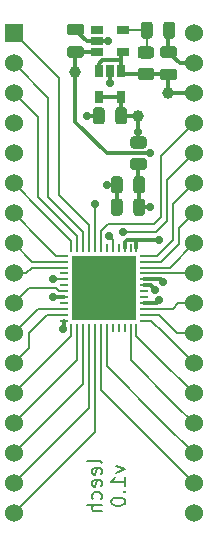
<source format=gbl>
%TF.GenerationSoftware,KiCad,Pcbnew,5.1.8*%
%TF.CreationDate,2020-11-13T00:47:03+03:00*%
%TF.ProjectId,leech,6c656563-682e-46b6-9963-61645f706362,rev?*%
%TF.SameCoordinates,Original*%
%TF.FileFunction,Copper,L2,Bot*%
%TF.FilePolarity,Positive*%
%FSLAX46Y46*%
G04 Gerber Fmt 4.6, Leading zero omitted, Abs format (unit mm)*
G04 Created by KiCad (PCBNEW 5.1.8) date 2020-11-13 00:47:03*
%MOMM*%
%LPD*%
G01*
G04 APERTURE LIST*
%TA.AperFunction,NonConductor*%
%ADD10C,0.200000*%
%TD*%
%TA.AperFunction,ComponentPad*%
%ADD11C,1.524000*%
%TD*%
%TA.AperFunction,ComponentPad*%
%ADD12R,1.524000X1.524000*%
%TD*%
%TA.AperFunction,SMDPad,CuDef*%
%ADD13R,5.400000X5.400000*%
%TD*%
%TA.AperFunction,ComponentPad*%
%ADD14C,0.800000*%
%TD*%
%TA.AperFunction,SMDPad,CuDef*%
%ADD15R,0.250000X0.700000*%
%TD*%
%TA.AperFunction,SMDPad,CuDef*%
%ADD16R,0.700000X0.250000*%
%TD*%
%TA.AperFunction,SMDPad,CuDef*%
%ADD17R,0.650000X1.060000*%
%TD*%
%TA.AperFunction,SMDPad,CuDef*%
%ADD18R,1.060000X0.650000*%
%TD*%
%TA.AperFunction,SMDPad,CuDef*%
%ADD19C,1.000000*%
%TD*%
%TA.AperFunction,ViaPad*%
%ADD20C,0.700000*%
%TD*%
%TA.AperFunction,Conductor*%
%ADD21C,0.300000*%
%TD*%
%TA.AperFunction,Conductor*%
%ADD22C,0.200000*%
%TD*%
G04 APERTURE END LIST*
D10*
X32816857Y-61811142D02*
X32759714Y-61696857D01*
X32645428Y-61639714D01*
X31616857Y-61639714D01*
X32759714Y-62725428D02*
X32816857Y-62611142D01*
X32816857Y-62382571D01*
X32759714Y-62268285D01*
X32645428Y-62211142D01*
X32188285Y-62211142D01*
X32074000Y-62268285D01*
X32016857Y-62382571D01*
X32016857Y-62611142D01*
X32074000Y-62725428D01*
X32188285Y-62782571D01*
X32302571Y-62782571D01*
X32416857Y-62211142D01*
X32759714Y-63754000D02*
X32816857Y-63639714D01*
X32816857Y-63411142D01*
X32759714Y-63296857D01*
X32645428Y-63239714D01*
X32188285Y-63239714D01*
X32074000Y-63296857D01*
X32016857Y-63411142D01*
X32016857Y-63639714D01*
X32074000Y-63754000D01*
X32188285Y-63811142D01*
X32302571Y-63811142D01*
X32416857Y-63239714D01*
X32759714Y-64839714D02*
X32816857Y-64725428D01*
X32816857Y-64496857D01*
X32759714Y-64382571D01*
X32702571Y-64325428D01*
X32588285Y-64268285D01*
X32245428Y-64268285D01*
X32131142Y-64325428D01*
X32074000Y-64382571D01*
X32016857Y-64496857D01*
X32016857Y-64725428D01*
X32074000Y-64839714D01*
X32816857Y-65354000D02*
X31616857Y-65354000D01*
X32816857Y-65868285D02*
X32188285Y-65868285D01*
X32074000Y-65811142D01*
X32016857Y-65696857D01*
X32016857Y-65525428D01*
X32074000Y-65411142D01*
X32131142Y-65354000D01*
X34016857Y-62039714D02*
X34816857Y-62325428D01*
X34016857Y-62611142D01*
X34816857Y-63696857D02*
X34816857Y-63011142D01*
X34816857Y-63354000D02*
X33616857Y-63354000D01*
X33788285Y-63239714D01*
X33902571Y-63125428D01*
X33959714Y-63011142D01*
X34702571Y-64211142D02*
X34759714Y-64268285D01*
X34816857Y-64211142D01*
X34759714Y-64154000D01*
X34702571Y-64211142D01*
X34816857Y-64211142D01*
X33616857Y-65011142D02*
X33616857Y-65125428D01*
X33674000Y-65239714D01*
X33731142Y-65296857D01*
X33845428Y-65354000D01*
X34074000Y-65411142D01*
X34359714Y-65411142D01*
X34588285Y-65354000D01*
X34702571Y-65296857D01*
X34759714Y-65239714D01*
X34816857Y-65125428D01*
X34816857Y-65011142D01*
X34759714Y-64896857D01*
X34702571Y-64839714D01*
X34588285Y-64782571D01*
X34359714Y-64725428D01*
X34074000Y-64725428D01*
X33845428Y-64782571D01*
X33731142Y-64839714D01*
X33674000Y-64896857D01*
X33616857Y-65011142D01*
D11*
%TO.P,CN1,40*%
%TO.N,Net-(CN1-Pad40)*%
X40640000Y-25400000D03*
%TO.P,CN1,39*%
%TO.N,GND*%
X40640000Y-27940000D03*
%TO.P,CN1,38*%
%TO.N,/PILL_3V3*%
X40640000Y-30480000D03*
%TO.P,CN1,37*%
%TO.N,/IO18*%
X40640000Y-33020000D03*
%TO.P,CN1,36*%
%TO.N,/CRESET*%
X40640000Y-35560000D03*
%TO.P,CN1,35*%
%TO.N,/IO25*%
X40640000Y-38100000D03*
%TO.P,CN1,34*%
%TO.N,/IO26*%
X40640000Y-40640000D03*
%TO.P,CN1,33*%
%TO.N,/IO27*%
X40640000Y-43180000D03*
%TO.P,CN1,32*%
%TO.N,/IO28*%
X40640000Y-45720000D03*
%TO.P,CN1,31*%
%TO.N,/IO34*%
X40640000Y-48260000D03*
%TO.P,CN1,30*%
%TO.N,/IO35*%
X40640000Y-50800000D03*
%TO.P,CN1,29*%
%TO.N,/IO36*%
X40640000Y-53340000D03*
%TO.P,CN1,28*%
%TO.N,/IO37*%
X40640000Y-55880000D03*
%TO.P,CN1,27*%
%TO.N,/IO38*%
X40640000Y-58420000D03*
%TO.P,CN1,26*%
%TO.N,/IO42*%
X40640000Y-60960000D03*
%TO.P,CN1,25*%
%TO.N,/IO43*%
X40640000Y-63500000D03*
%TO.P,CN1,24*%
%TO.N,Net-(CN1-Pad24)*%
X40640000Y-66040000D03*
%TO.P,CN1,17*%
%TO.N,/IO44*%
X25400000Y-66040000D03*
%TO.P,CN1,16*%
%TO.N,/IO45*%
X25400000Y-63500000D03*
%TO.P,CN1,15*%
%TO.N,/IO46*%
X25400000Y-60960000D03*
%TO.P,CN1,14*%
%TO.N,/IO47*%
X25400000Y-58420000D03*
%TO.P,CN1,13*%
%TO.N,/IO48*%
X25400000Y-55880000D03*
%TO.P,CN1,12*%
%TO.N,/IO2*%
X25400000Y-53340000D03*
%TO.P,CN1,11*%
%TO.N,/IO3*%
X25400000Y-50800000D03*
%TO.P,CN1,10*%
%TO.N,/IO6*%
X25400000Y-48260000D03*
%TO.P,CN1,9*%
%TO.N,/IO10*%
X25400000Y-45720000D03*
%TO.P,CN1,8*%
%TO.N,/IO11*%
X25400000Y-43180000D03*
%TO.P,CN1,7*%
%TO.N,/IO12*%
X25400000Y-40640000D03*
%TO.P,CN1,6*%
%TO.N,/IO13*%
X25400000Y-38100000D03*
%TO.P,CN1,5*%
%TO.N,/CLK*%
X25400000Y-35560000D03*
%TO.P,CN1,4*%
%TO.N,/ICE_SI*%
X25400000Y-33020000D03*
%TO.P,CN1,3*%
%TO.N,/ICE_SO*%
X25400000Y-30480000D03*
%TO.P,CN1,2*%
%TO.N,/ICE_SCK*%
X25400000Y-27940000D03*
D12*
%TO.P,CN1,1*%
%TO.N,/ICE_SS*%
X25400000Y-25400000D03*
%TD*%
%TO.P,R2,2*%
%TO.N,/ICE_1V2*%
%TA.AperFunction,SMDPad,CuDef*%
G36*
G01*
X36391002Y-35160000D02*
X35490998Y-35160000D01*
G75*
G02*
X35241000Y-34910002I0J249998D01*
G01*
X35241000Y-34384998D01*
G75*
G02*
X35490998Y-34135000I249998J0D01*
G01*
X36391002Y-34135000D01*
G75*
G02*
X36641000Y-34384998I0J-249998D01*
G01*
X36641000Y-34910002D01*
G75*
G02*
X36391002Y-35160000I-249998J0D01*
G01*
G37*
%TD.AperFunction*%
%TO.P,R2,1*%
%TO.N,/ICE_VCCPLL*%
%TA.AperFunction,SMDPad,CuDef*%
G36*
G01*
X36391002Y-36985000D02*
X35490998Y-36985000D01*
G75*
G02*
X35241000Y-36735002I0J249998D01*
G01*
X35241000Y-36209998D01*
G75*
G02*
X35490998Y-35960000I249998J0D01*
G01*
X36391002Y-35960000D01*
G75*
G02*
X36641000Y-36209998I0J-249998D01*
G01*
X36641000Y-36735002D01*
G75*
G02*
X36391002Y-36985000I-249998J0D01*
G01*
G37*
%TD.AperFunction*%
%TD*%
%TO.P,R1,2*%
%TO.N,Net-(C1-Pad2)*%
%TA.AperFunction,SMDPad,CuDef*%
G36*
G01*
X37026002Y-27540000D02*
X36125998Y-27540000D01*
G75*
G02*
X35876000Y-27290002I0J249998D01*
G01*
X35876000Y-26764998D01*
G75*
G02*
X36125998Y-26515000I249998J0D01*
G01*
X37026002Y-26515000D01*
G75*
G02*
X37276000Y-26764998I0J-249998D01*
G01*
X37276000Y-27290002D01*
G75*
G02*
X37026002Y-27540000I-249998J0D01*
G01*
G37*
%TD.AperFunction*%
%TO.P,R1,1*%
%TO.N,/PILL_3V3*%
%TA.AperFunction,SMDPad,CuDef*%
G36*
G01*
X37026002Y-29365000D02*
X36125998Y-29365000D01*
G75*
G02*
X35876000Y-29115002I0J249998D01*
G01*
X35876000Y-28589998D01*
G75*
G02*
X36125998Y-28340000I249998J0D01*
G01*
X37026002Y-28340000D01*
G75*
G02*
X37276000Y-28589998I0J-249998D01*
G01*
X37276000Y-29115002D01*
G75*
G02*
X37026002Y-29365000I-249998J0D01*
G01*
G37*
%TD.AperFunction*%
%TD*%
%TO.P,C6,2*%
%TO.N,GND*%
%TA.AperFunction,SMDPad,CuDef*%
G36*
G01*
X34602000Y-39657000D02*
X34602000Y-40607000D01*
G75*
G02*
X34352000Y-40857000I-250000J0D01*
G01*
X33852000Y-40857000D01*
G75*
G02*
X33602000Y-40607000I0J250000D01*
G01*
X33602000Y-39657000D01*
G75*
G02*
X33852000Y-39407000I250000J0D01*
G01*
X34352000Y-39407000D01*
G75*
G02*
X34602000Y-39657000I0J-250000D01*
G01*
G37*
%TD.AperFunction*%
%TO.P,C6,1*%
%TO.N,/ICE_VCCPLL*%
%TA.AperFunction,SMDPad,CuDef*%
G36*
G01*
X36502000Y-39657000D02*
X36502000Y-40607000D01*
G75*
G02*
X36252000Y-40857000I-250000J0D01*
G01*
X35752000Y-40857000D01*
G75*
G02*
X35502000Y-40607000I0J250000D01*
G01*
X35502000Y-39657000D01*
G75*
G02*
X35752000Y-39407000I250000J0D01*
G01*
X36252000Y-39407000D01*
G75*
G02*
X36502000Y-39657000I0J-250000D01*
G01*
G37*
%TD.AperFunction*%
%TD*%
%TO.P,C5,2*%
%TO.N,GND*%
%TA.AperFunction,SMDPad,CuDef*%
G36*
G01*
X34602000Y-37752000D02*
X34602000Y-38702000D01*
G75*
G02*
X34352000Y-38952000I-250000J0D01*
G01*
X33852000Y-38952000D01*
G75*
G02*
X33602000Y-38702000I0J250000D01*
G01*
X33602000Y-37752000D01*
G75*
G02*
X33852000Y-37502000I250000J0D01*
G01*
X34352000Y-37502000D01*
G75*
G02*
X34602000Y-37752000I0J-250000D01*
G01*
G37*
%TD.AperFunction*%
%TO.P,C5,1*%
%TO.N,/ICE_VCCPLL*%
%TA.AperFunction,SMDPad,CuDef*%
G36*
G01*
X36502000Y-37752000D02*
X36502000Y-38702000D01*
G75*
G02*
X36252000Y-38952000I-250000J0D01*
G01*
X35752000Y-38952000D01*
G75*
G02*
X35502000Y-38702000I0J250000D01*
G01*
X35502000Y-37752000D01*
G75*
G02*
X35752000Y-37502000I250000J0D01*
G01*
X36252000Y-37502000D01*
G75*
G02*
X36502000Y-37752000I0J-250000D01*
G01*
G37*
%TD.AperFunction*%
%TD*%
%TO.P,C4,2*%
%TO.N,GND*%
%TA.AperFunction,SMDPad,CuDef*%
G36*
G01*
X31082000Y-25585000D02*
X30132000Y-25585000D01*
G75*
G02*
X29882000Y-25335000I0J250000D01*
G01*
X29882000Y-24835000D01*
G75*
G02*
X30132000Y-24585000I250000J0D01*
G01*
X31082000Y-24585000D01*
G75*
G02*
X31332000Y-24835000I0J-250000D01*
G01*
X31332000Y-25335000D01*
G75*
G02*
X31082000Y-25585000I-250000J0D01*
G01*
G37*
%TD.AperFunction*%
%TO.P,C4,1*%
%TO.N,/ICE_3V3*%
%TA.AperFunction,SMDPad,CuDef*%
G36*
G01*
X31082000Y-27485000D02*
X30132000Y-27485000D01*
G75*
G02*
X29882000Y-27235000I0J250000D01*
G01*
X29882000Y-26735000D01*
G75*
G02*
X30132000Y-26485000I250000J0D01*
G01*
X31082000Y-26485000D01*
G75*
G02*
X31332000Y-26735000I0J-250000D01*
G01*
X31332000Y-27235000D01*
G75*
G02*
X31082000Y-27485000I-250000J0D01*
G01*
G37*
%TD.AperFunction*%
%TD*%
%TO.P,C3,2*%
%TO.N,GND*%
%TA.AperFunction,SMDPad,CuDef*%
G36*
G01*
X33078000Y-31910000D02*
X33078000Y-32860000D01*
G75*
G02*
X32828000Y-33110000I-250000J0D01*
G01*
X32328000Y-33110000D01*
G75*
G02*
X32078000Y-32860000I0J250000D01*
G01*
X32078000Y-31910000D01*
G75*
G02*
X32328000Y-31660000I250000J0D01*
G01*
X32828000Y-31660000D01*
G75*
G02*
X33078000Y-31910000I0J-250000D01*
G01*
G37*
%TD.AperFunction*%
%TO.P,C3,1*%
%TO.N,/ICE_1V2*%
%TA.AperFunction,SMDPad,CuDef*%
G36*
G01*
X34978000Y-31910000D02*
X34978000Y-32860000D01*
G75*
G02*
X34728000Y-33110000I-250000J0D01*
G01*
X34228000Y-33110000D01*
G75*
G02*
X33978000Y-32860000I0J250000D01*
G01*
X33978000Y-31910000D01*
G75*
G02*
X34228000Y-31660000I250000J0D01*
G01*
X34728000Y-31660000D01*
G75*
G02*
X34978000Y-31910000I0J-250000D01*
G01*
G37*
%TD.AperFunction*%
%TD*%
%TO.P,C2,2*%
%TO.N,GND*%
%TA.AperFunction,SMDPad,CuDef*%
G36*
G01*
X38956000Y-27490000D02*
X38006000Y-27490000D01*
G75*
G02*
X37756000Y-27240000I0J250000D01*
G01*
X37756000Y-26740000D01*
G75*
G02*
X38006000Y-26490000I250000J0D01*
G01*
X38956000Y-26490000D01*
G75*
G02*
X39206000Y-26740000I0J-250000D01*
G01*
X39206000Y-27240000D01*
G75*
G02*
X38956000Y-27490000I-250000J0D01*
G01*
G37*
%TD.AperFunction*%
%TO.P,C2,1*%
%TO.N,/PILL_3V3*%
%TA.AperFunction,SMDPad,CuDef*%
G36*
G01*
X38956000Y-29390000D02*
X38006000Y-29390000D01*
G75*
G02*
X37756000Y-29140000I0J250000D01*
G01*
X37756000Y-28640000D01*
G75*
G02*
X38006000Y-28390000I250000J0D01*
G01*
X38956000Y-28390000D01*
G75*
G02*
X39206000Y-28640000I0J-250000D01*
G01*
X39206000Y-29140000D01*
G75*
G02*
X38956000Y-29390000I-250000J0D01*
G01*
G37*
%TD.AperFunction*%
%TD*%
%TO.P,C1,2*%
%TO.N,Net-(C1-Pad2)*%
%TA.AperFunction,SMDPad,CuDef*%
G36*
G01*
X37142000Y-24671000D02*
X37142000Y-25621000D01*
G75*
G02*
X36892000Y-25871000I-250000J0D01*
G01*
X36392000Y-25871000D01*
G75*
G02*
X36142000Y-25621000I0J250000D01*
G01*
X36142000Y-24671000D01*
G75*
G02*
X36392000Y-24421000I250000J0D01*
G01*
X36892000Y-24421000D01*
G75*
G02*
X37142000Y-24671000I0J-250000D01*
G01*
G37*
%TD.AperFunction*%
%TO.P,C1,1*%
%TO.N,GND*%
%TA.AperFunction,SMDPad,CuDef*%
G36*
G01*
X39042000Y-24671000D02*
X39042000Y-25621000D01*
G75*
G02*
X38792000Y-25871000I-250000J0D01*
G01*
X38292000Y-25871000D01*
G75*
G02*
X38042000Y-25621000I0J250000D01*
G01*
X38042000Y-24671000D01*
G75*
G02*
X38292000Y-24421000I250000J0D01*
G01*
X38792000Y-24421000D01*
G75*
G02*
X39042000Y-24671000I0J-250000D01*
G01*
G37*
%TD.AperFunction*%
%TD*%
D13*
%TO.P,U1,EP*%
%TO.N,GND*%
X33020000Y-46990000D03*
D14*
X34620000Y-45390000D03*
X34620000Y-46990000D03*
X34620000Y-48590000D03*
X33020000Y-45390000D03*
X33020000Y-46990000D03*
X33020000Y-48590000D03*
X31420000Y-45390000D03*
X31420000Y-46990000D03*
X31420000Y-48590000D03*
D15*
%TO.P,U1,48*%
%TO.N,/IO48*%
X30270000Y-50390000D03*
%TO.P,U1,47*%
%TO.N,/IO47*%
X30770000Y-50390000D03*
%TO.P,U1,46*%
%TO.N,/IO46*%
X31270000Y-50390000D03*
%TO.P,U1,45*%
%TO.N,/IO45*%
X31770000Y-50390000D03*
%TO.P,U1,44*%
%TO.N,/IO44*%
X32270000Y-50390000D03*
%TO.P,U1,43*%
%TO.N,/IO43*%
X32770000Y-50390000D03*
%TO.P,U1,42*%
%TO.N,/IO42*%
X33270000Y-50390000D03*
%TO.P,U1,41*%
%TO.N,Net-(U1-Pad41)*%
X33770000Y-50390000D03*
%TO.P,U1,40*%
%TO.N,Net-(U1-Pad40)*%
X34270000Y-50390000D03*
%TO.P,U1,39*%
%TO.N,Net-(U1-Pad39)*%
X34770000Y-50390000D03*
%TO.P,U1,38*%
%TO.N,/IO38*%
X35270000Y-50390000D03*
%TO.P,U1,37*%
%TO.N,/IO37*%
X35770000Y-50390000D03*
D16*
%TO.P,U1,36*%
%TO.N,/IO36*%
X36420000Y-49740000D03*
%TO.P,U1,35*%
%TO.N,/IO35*%
X36420000Y-49240000D03*
%TO.P,U1,34*%
%TO.N,/IO34*%
X36420000Y-48740000D03*
%TO.P,U1,33*%
%TO.N,/ICE_3V3*%
X36420000Y-48240000D03*
%TO.P,U1,32*%
%TO.N,Net-(U1-Pad32)*%
X36420000Y-47740000D03*
%TO.P,U1,31*%
%TO.N,Net-(U1-Pad31)*%
X36420000Y-47240000D03*
%TO.P,U1,30*%
%TO.N,/ICE_1V2*%
X36420000Y-46740000D03*
%TO.P,U1,29*%
%TO.N,/ICE_VCCPLL*%
X36420000Y-46240000D03*
%TO.P,U1,28*%
%TO.N,/IO28*%
X36420000Y-45740000D03*
%TO.P,U1,27*%
%TO.N,/IO27*%
X36420000Y-45240000D03*
%TO.P,U1,26*%
%TO.N,/IO26*%
X36420000Y-44740000D03*
%TO.P,U1,25*%
%TO.N,/IO25*%
X36420000Y-44240000D03*
D15*
%TO.P,U1,24*%
%TO.N,/ICE_3V3*%
X35770000Y-43590000D03*
%TO.P,U1,23*%
%TO.N,Net-(U1-Pad23)*%
X35270000Y-43590000D03*
%TO.P,U1,22*%
%TO.N,/ICE_3V3*%
X34770000Y-43590000D03*
%TO.P,U1,21*%
%TO.N,Net-(U1-Pad21)*%
X34270000Y-43590000D03*
%TO.P,U1,20*%
%TO.N,/CLK*%
X33770000Y-43590000D03*
%TO.P,U1,19*%
%TO.N,Net-(U1-Pad19)*%
X33270000Y-43590000D03*
%TO.P,U1,18*%
%TO.N,/IO18*%
X32770000Y-43590000D03*
%TO.P,U1,17*%
%TO.N,/ICE_SI*%
X32270000Y-43590000D03*
%TO.P,U1,16*%
%TO.N,/ICE_SS*%
X31770000Y-43590000D03*
%TO.P,U1,15*%
%TO.N,/ICE_SCK*%
X31270000Y-43590000D03*
%TO.P,U1,14*%
%TO.N,/ICE_SO*%
X30770000Y-43590000D03*
%TO.P,U1,13*%
%TO.N,/IO13*%
X30270000Y-43590000D03*
D16*
%TO.P,U1,12*%
%TO.N,/IO12*%
X29620000Y-44240000D03*
%TO.P,U1,11*%
%TO.N,/IO11*%
X29620000Y-44740000D03*
%TO.P,U1,10*%
%TO.N,/IO10*%
X29620000Y-45240000D03*
%TO.P,U1,9*%
%TO.N,Net-(U1-Pad9)*%
X29620000Y-45740000D03*
%TO.P,U1,8*%
%TO.N,/CRESET*%
X29620000Y-46240000D03*
%TO.P,U1,7*%
%TO.N,Net-(U1-Pad7)*%
X29620000Y-46740000D03*
%TO.P,U1,6*%
%TO.N,/IO6*%
X29620000Y-47240000D03*
%TO.P,U1,5*%
%TO.N,/ICE_1V2*%
X29620000Y-47740000D03*
%TO.P,U1,4*%
%TO.N,Net-(U1-Pad4)*%
X29620000Y-48240000D03*
%TO.P,U1,3*%
%TO.N,/IO3*%
X29620000Y-48740000D03*
%TO.P,U1,2*%
%TO.N,/IO2*%
X29620000Y-49240000D03*
%TO.P,U1,1*%
%TO.N,/ICE_3V3*%
X29620000Y-49740000D03*
%TD*%
D17*
%TO.P,U3,5*%
%TO.N,/ICE_1V2*%
X32578000Y-30818000D03*
%TO.P,U3,4*%
X34478000Y-30818000D03*
%TO.P,U3,3*%
%TO.N,/PILL_3V3*%
X34478000Y-28618000D03*
%TO.P,U3,2*%
%TO.N,GND*%
X33528000Y-28618000D03*
%TO.P,U3,1*%
%TO.N,/PILL_3V3*%
X32578000Y-28618000D03*
%TD*%
D18*
%TO.P,U2,5*%
%TO.N,/PILL_3V3*%
X34628000Y-26985000D03*
%TO.P,U2,4*%
%TO.N,Net-(C1-Pad2)*%
X34628000Y-25085000D03*
%TO.P,U2,3*%
%TO.N,Net-(U2-Pad3)*%
X32428000Y-25085000D03*
%TO.P,U2,2*%
%TO.N,GND*%
X32428000Y-26035000D03*
%TO.P,U2,1*%
%TO.N,/ICE_3V3*%
X32428000Y-26985000D03*
%TD*%
D19*
%TO.P,TP3,1*%
%TO.N,/ICE_1V2*%
X35941000Y-32385000D03*
%TD*%
%TO.P,TP2,1*%
%TO.N,/ICE_3V3*%
X30607000Y-28702000D03*
%TD*%
%TO.P,TP1,1*%
%TO.N,/PILL_3V3*%
X38481000Y-30480000D03*
%TD*%
D20*
%TO.N,GND*%
X31623000Y-32385000D03*
X33274000Y-38227000D03*
X33528000Y-29591000D03*
X33401000Y-26035000D03*
%TO.N,/ICE_1V2*%
X37338000Y-47117000D03*
X35941000Y-33782000D03*
X28702000Y-47752000D03*
%TO.N,/ICE_VCCPLL*%
X36957000Y-40132000D03*
X38036500Y-46418500D03*
%TO.N,/ICE_3V3*%
X29591000Y-50419000D03*
X37719000Y-48006000D03*
X37719000Y-42926000D03*
X36957000Y-35560000D03*
%TO.N,/CRESET*%
X34671000Y-42240200D03*
X28702000Y-46228000D03*
%TO.N,/CLK*%
X33426400Y-42545000D03*
%TO.N,/ICE_SI*%
X32258000Y-39878000D03*
%TD*%
D21*
%TO.N,GND*%
X39431000Y-27940000D02*
X38481000Y-26990000D01*
X40640000Y-27940000D02*
X39431000Y-27940000D01*
X38481000Y-25207000D02*
X38542000Y-25146000D01*
X38481000Y-26990000D02*
X38481000Y-25207000D01*
X31557000Y-26035000D02*
X30607000Y-25085000D01*
X32428000Y-26035000D02*
X31557000Y-26035000D01*
X32578000Y-32385000D02*
X31623000Y-32385000D01*
X34102000Y-40132000D02*
X34102000Y-38227000D01*
X34102000Y-38227000D02*
X33274000Y-38227000D01*
X33528000Y-29591000D02*
X33528000Y-28618000D01*
X33401000Y-26035000D02*
X32428000Y-26035000D01*
%TO.N,/PILL_3V3*%
X40640000Y-30480000D02*
X38481000Y-30480000D01*
X38481000Y-30480000D02*
X38481000Y-28890000D01*
X38481000Y-28890000D02*
X36642000Y-28890000D01*
X36642000Y-28890000D02*
X35875000Y-28890000D01*
X34750000Y-28890000D02*
X34478000Y-28618000D01*
X35875000Y-28890000D02*
X34750000Y-28890000D01*
X34478000Y-27135000D02*
X34628000Y-26985000D01*
X34478000Y-27747000D02*
X34478000Y-27135000D01*
X34478000Y-28618000D02*
X34478000Y-27747000D01*
X32893000Y-27686000D02*
X34417000Y-27686000D01*
X34417000Y-27686000D02*
X34478000Y-27747000D01*
X32578000Y-28001000D02*
X32893000Y-27686000D01*
X32578000Y-28618000D02*
X32578000Y-28001000D01*
%TO.N,/ICE_1V2*%
X34478000Y-30818000D02*
X32578000Y-30818000D01*
X36961000Y-46740000D02*
X36420000Y-46740000D01*
X37338000Y-47117000D02*
X36961000Y-46740000D01*
X34478000Y-30818000D02*
X34478000Y-32385000D01*
X34478000Y-32385000D02*
X35941000Y-32385000D01*
X35941000Y-33716500D02*
X35941000Y-32385000D01*
X35941000Y-33782000D02*
X35941000Y-33716500D01*
X35941000Y-33782000D02*
X35941000Y-34647500D01*
X28714000Y-47740000D02*
X29620000Y-47740000D01*
X28702000Y-47752000D02*
X28714000Y-47740000D01*
%TO.N,/ICE_VCCPLL*%
X35941000Y-38166000D02*
X36002000Y-38227000D01*
X35941000Y-36641500D02*
X35941000Y-38166000D01*
X36002000Y-40132000D02*
X36002000Y-38227000D01*
X36002000Y-40132000D02*
X36957000Y-40132000D01*
X37858000Y-46240000D02*
X36420000Y-46240000D01*
X38036500Y-46418500D02*
X37858000Y-46240000D01*
%TO.N,/ICE_3V3*%
X32428000Y-26985000D02*
X30607000Y-26985000D01*
X30607000Y-26985000D02*
X30607000Y-28702000D01*
X29620000Y-50390000D02*
X29591000Y-50419000D01*
X29620000Y-49740000D02*
X29620000Y-50390000D01*
X37485000Y-48240000D02*
X36420000Y-48240000D01*
X37719000Y-48006000D02*
X37485000Y-48240000D01*
X35770000Y-43077999D02*
X35770000Y-43590000D01*
X35582000Y-42889999D02*
X35770000Y-43077999D01*
X37682999Y-42889999D02*
X37719000Y-42926000D01*
X35582000Y-42889999D02*
X37682999Y-42889999D01*
X30607000Y-30226000D02*
X30607000Y-28702000D01*
X30607000Y-32893000D02*
X30607000Y-30226000D01*
X33274000Y-35560000D02*
X30607000Y-32893000D01*
X36957000Y-35560000D02*
X33274000Y-35560000D01*
X34961001Y-42889999D02*
X35582000Y-42889999D01*
X34770000Y-43081000D02*
X34961001Y-42889999D01*
X34770000Y-43590000D02*
X34770000Y-43081000D01*
D22*
%TO.N,/CRESET*%
X28714000Y-46240000D02*
X29620000Y-46240000D01*
X28702000Y-46228000D02*
X28714000Y-46240000D01*
X39306500Y-36893500D02*
X40640000Y-35560000D01*
X38354000Y-37846000D02*
X39306500Y-36893500D01*
X38354000Y-41275000D02*
X38354000Y-37846000D01*
X37388800Y-42240200D02*
X38354000Y-41275000D01*
X34671000Y-42240200D02*
X37388800Y-42240200D01*
%TO.N,/CLK*%
X33770000Y-42888600D02*
X33770000Y-43552500D01*
X33426400Y-42545000D02*
X33770000Y-42888600D01*
%TO.N,/IO2*%
X29620000Y-49240000D02*
X28230000Y-49240000D01*
X28230000Y-49240000D02*
X26670000Y-50800000D01*
X26670000Y-50800000D02*
X26670000Y-52070000D01*
X26670000Y-52070000D02*
X25400000Y-53340000D01*
%TO.N,/IO3*%
X27460000Y-48740000D02*
X29620000Y-48740000D01*
X25400000Y-50800000D02*
X27460000Y-48740000D01*
%TO.N,/IO10*%
X26416000Y-45720000D02*
X25400000Y-45720000D01*
X26896000Y-45240000D02*
X26416000Y-45720000D01*
X29620000Y-45240000D02*
X26896000Y-45240000D01*
%TO.N,/IO11*%
X26960000Y-44740000D02*
X25400000Y-43180000D01*
X29620000Y-44740000D02*
X26960000Y-44740000D01*
%TO.N,/ICE_SO*%
X27432000Y-32512000D02*
X25400000Y-30480000D01*
X30770000Y-42581000D02*
X27432000Y-39243000D01*
X27432000Y-39243000D02*
X27432000Y-32512000D01*
X30770000Y-43552500D02*
X30770000Y-42581000D01*
%TO.N,/ICE_SCK*%
X28321000Y-30861000D02*
X25400000Y-27940000D01*
X28321000Y-39243000D02*
X28321000Y-30861000D01*
X31270000Y-42192000D02*
X28321000Y-39243000D01*
X31270000Y-43552500D02*
X31270000Y-42192000D01*
%TO.N,/ICE_SI*%
X32270000Y-41033000D02*
X32270000Y-43552500D01*
X32270000Y-39890000D02*
X32270000Y-41033000D01*
X32258000Y-39878000D02*
X32270000Y-39890000D01*
%TO.N,/ICE_SS*%
X29210000Y-29210000D02*
X25400000Y-25400000D01*
X29210000Y-39116000D02*
X29210000Y-29210000D01*
X31770000Y-41676000D02*
X29210000Y-39116000D01*
X31770000Y-43552500D02*
X31770000Y-41676000D01*
%TO.N,/IO6*%
X26352500Y-47307500D02*
X25400000Y-48260000D01*
X26670000Y-46990000D02*
X26352500Y-47307500D01*
X28956000Y-46990000D02*
X26670000Y-46990000D01*
X29206000Y-47240000D02*
X28956000Y-46990000D01*
X29620000Y-47240000D02*
X29206000Y-47240000D01*
%TO.N,/IO13*%
X27813000Y-40513000D02*
X25400000Y-38100000D01*
X30270000Y-42970000D02*
X27813000Y-40513000D01*
X30270000Y-43552500D02*
X30270000Y-42970000D01*
%TO.N,/IO12*%
X27813000Y-43053000D02*
X25400000Y-40640000D01*
X29000000Y-44240000D02*
X27813000Y-43053000D01*
X29620000Y-44240000D02*
X29000000Y-44240000D01*
%TO.N,/IO18*%
X37846000Y-35814000D02*
X40640000Y-33020000D01*
X37846000Y-40957500D02*
X37846000Y-35814000D01*
X37249100Y-41554400D02*
X37846000Y-40957500D01*
X33375600Y-41554400D02*
X37249100Y-41554400D01*
X32770000Y-42160000D02*
X33375600Y-41554400D01*
X32770000Y-43590000D02*
X32770000Y-42160000D01*
%TO.N,/IO48*%
X30270000Y-51010000D02*
X25400000Y-55880000D01*
X30270000Y-50390000D02*
X30270000Y-51010000D01*
%TO.N,/IO47*%
X30770000Y-53050000D02*
X25400000Y-58420000D01*
X30770000Y-50390000D02*
X30770000Y-53050000D01*
%TO.N,/IO46*%
X31270000Y-55090000D02*
X25400000Y-60960000D01*
X31270000Y-50390000D02*
X31270000Y-55090000D01*
%TO.N,/IO45*%
X31770000Y-57130000D02*
X25400000Y-63500000D01*
X31770000Y-50390000D02*
X31770000Y-57130000D01*
%TO.N,/IO44*%
X32270000Y-59170000D02*
X25400000Y-66040000D01*
X32270000Y-50390000D02*
X32270000Y-59170000D01*
%TO.N,/IO43*%
X37084000Y-59944000D02*
X40640000Y-63500000D01*
X32770000Y-55630000D02*
X37084000Y-59944000D01*
X32770000Y-50390000D02*
X32770000Y-55630000D01*
%TO.N,/IO42*%
X37973000Y-58293000D02*
X40640000Y-60960000D01*
X33270000Y-53590000D02*
X37973000Y-58293000D01*
X33270000Y-50390000D02*
X33270000Y-53590000D01*
%TO.N,/IO38*%
X38989000Y-56769000D02*
X40640000Y-58420000D01*
X35270000Y-53050000D02*
X38989000Y-56769000D01*
X35270000Y-50390000D02*
X35270000Y-53050000D01*
%TO.N,/IO37*%
X37465000Y-52705000D02*
X40640000Y-55880000D01*
X35770000Y-51010000D02*
X37465000Y-52705000D01*
X35770000Y-50390000D02*
X35770000Y-51010000D01*
%TO.N,/IO36*%
X36420000Y-49740000D02*
X37040000Y-49740000D01*
X37040000Y-49740000D02*
X38100000Y-50800000D01*
X38100000Y-50800000D02*
X40640000Y-53340000D01*
%TO.N,/IO34*%
X36420000Y-48740000D02*
X36985000Y-48740000D01*
X36985000Y-48740000D02*
X37310000Y-48740000D01*
X39314000Y-48260000D02*
X40640000Y-48260000D01*
X36985000Y-48740000D02*
X38834000Y-48740000D01*
X38834000Y-48740000D02*
X39314000Y-48260000D01*
%TO.N,/IO28*%
X40620000Y-45740000D02*
X40640000Y-45720000D01*
X36420000Y-45740000D02*
X40620000Y-45740000D01*
%TO.N,/IO27*%
X38580000Y-45240000D02*
X40640000Y-43180000D01*
X36420000Y-45240000D02*
X38580000Y-45240000D01*
%TO.N,/IO26*%
X39370000Y-41910000D02*
X40640000Y-40640000D01*
X39370000Y-43243500D02*
X39370000Y-41910000D01*
X37873500Y-44740000D02*
X39370000Y-43243500D01*
X36420000Y-44740000D02*
X37873500Y-44740000D01*
%TO.N,/IO25*%
X38862000Y-39878000D02*
X40640000Y-38100000D01*
X38862000Y-42926000D02*
X38862000Y-39878000D01*
X37548000Y-44240000D02*
X38862000Y-42926000D01*
X36420000Y-44240000D02*
X37548000Y-44240000D01*
%TO.N,Net-(C1-Pad2)*%
X34628000Y-25085000D02*
X36581000Y-25085000D01*
X36642000Y-26961500D02*
X36576000Y-27027500D01*
X36642000Y-25146000D02*
X36642000Y-26961500D01*
%TO.N,/IO35*%
X39243000Y-50800000D02*
X40640000Y-50800000D01*
X37683000Y-49240000D02*
X39243000Y-50800000D01*
X36420000Y-49240000D02*
X37683000Y-49240000D01*
%TD*%
M02*

</source>
